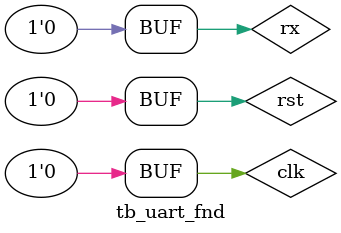
<source format=v>
module tb_uart_fnd();
reg clk, rst, rx;
wire [7:0] seg;


Top_Uart_Fnd dut(
    .clk(clk),
    .rst(rst),
    .rx(rx),
    .seg(seg)
);

initial begin
    clk = 0;
    rst = 1;
    rx = 0;
    #10 rst = 0;
    
end


endmodule

</source>
